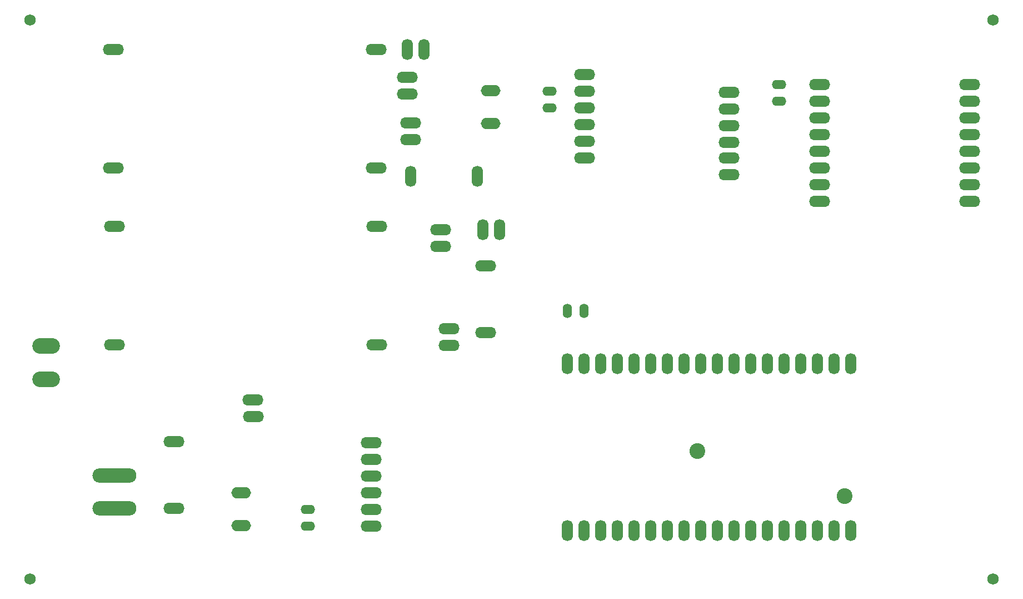
<source format=gts>
G04*
G04 #@! TF.GenerationSoftware,Altium Limited,Altium Designer,19.0.10 (269)*
G04*
G04 Layer_Color=8388736*
%FSLAX25Y25*%
%MOIN*%
G70*
G01*
G75*
%ADD19C,0.06800*%
%ADD20O,0.06706X0.12611*%
%ADD21O,0.12611X0.06706*%
%ADD22O,0.16548X0.09461*%
%ADD23O,0.05524X0.08674*%
%ADD24O,0.11824X0.06706*%
%ADD25O,0.08674X0.05524*%
%ADD26O,0.26391X0.08674*%
%ADD27O,0.12611X0.06706*%
%ADD28C,0.09461*%
D19*
X597315Y354870D02*
D03*
Y19685D02*
D03*
X19685D02*
D03*
Y354685D02*
D03*
D20*
X248000Y261000D02*
D03*
X288000D02*
D03*
X341917Y48842D02*
D03*
X351917D02*
D03*
X361917D02*
D03*
X371917D02*
D03*
X381917D02*
D03*
X391917D02*
D03*
X401917D02*
D03*
X411917D02*
D03*
X421917D02*
D03*
X431917D02*
D03*
X441917D02*
D03*
X451917D02*
D03*
X461917D02*
D03*
X471917D02*
D03*
X481917D02*
D03*
X341917Y148843D02*
D03*
X351917D02*
D03*
X361917D02*
D03*
X371917D02*
D03*
X381917D02*
D03*
X391917D02*
D03*
X401917D02*
D03*
X411917D02*
D03*
X421917D02*
D03*
X431917D02*
D03*
X441917D02*
D03*
X451917D02*
D03*
X461917D02*
D03*
X471917D02*
D03*
X481917D02*
D03*
X511917Y48842D02*
D03*
X501917D02*
D03*
X491917D02*
D03*
X511917Y148843D02*
D03*
X501917D02*
D03*
X491917D02*
D03*
X301500Y228933D02*
D03*
X291500D02*
D03*
X256000Y336966D02*
D03*
X246000D02*
D03*
D21*
X248100Y282900D02*
D03*
X248000Y292900D02*
D03*
X246000Y320500D02*
D03*
Y310500D02*
D03*
X266000Y229000D02*
D03*
Y219000D02*
D03*
X293000Y167500D02*
D03*
Y207500D02*
D03*
X270900Y169600D02*
D03*
X271000Y159600D02*
D03*
X153600Y116900D02*
D03*
X153500Y126900D02*
D03*
X70260Y230933D02*
D03*
X227740D02*
D03*
X70260Y160067D02*
D03*
X227740D02*
D03*
X106000Y62000D02*
D03*
Y102000D02*
D03*
X227240Y266067D02*
D03*
X69760D02*
D03*
X227240Y336933D02*
D03*
X69760D02*
D03*
X352500Y272000D02*
D03*
Y282000D02*
D03*
Y292000D02*
D03*
Y302000D02*
D03*
Y312000D02*
D03*
Y322000D02*
D03*
X438996Y311528D02*
D03*
Y301528D02*
D03*
Y291528D02*
D03*
Y281528D02*
D03*
Y272000D02*
D03*
Y262000D02*
D03*
X493500Y246000D02*
D03*
Y256000D02*
D03*
Y266000D02*
D03*
Y276000D02*
D03*
Y286000D02*
D03*
Y296000D02*
D03*
Y306000D02*
D03*
Y316000D02*
D03*
X583500D02*
D03*
Y306000D02*
D03*
Y296000D02*
D03*
Y286000D02*
D03*
Y276000D02*
D03*
Y266000D02*
D03*
Y256000D02*
D03*
Y246000D02*
D03*
D22*
X29500Y139500D02*
D03*
Y159500D02*
D03*
D23*
X351917Y180500D02*
D03*
X341917D02*
D03*
D24*
X296000Y292657D02*
D03*
Y312343D02*
D03*
X146500Y51657D02*
D03*
Y71342D02*
D03*
D25*
X331500Y302000D02*
D03*
Y312000D02*
D03*
X469000Y306000D02*
D03*
Y316000D02*
D03*
X186500Y51500D02*
D03*
Y61500D02*
D03*
D26*
X70500Y81685D02*
D03*
Y62000D02*
D03*
D27*
X224500Y101500D02*
D03*
Y91500D02*
D03*
Y81500D02*
D03*
Y71500D02*
D03*
Y61500D02*
D03*
Y51500D02*
D03*
D28*
X420000Y96500D02*
D03*
X508500Y69500D02*
D03*
M02*

</source>
